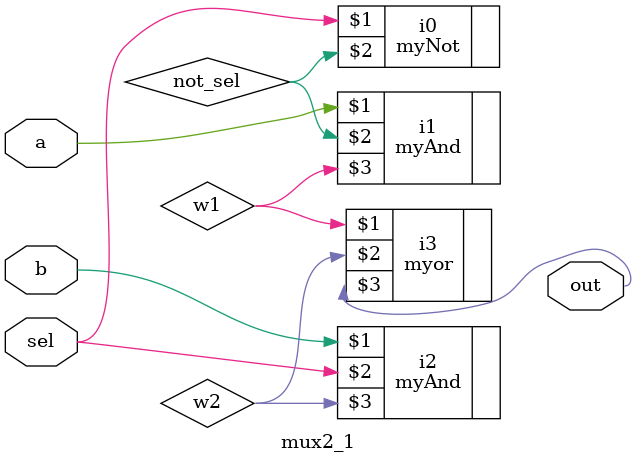
<source format=v>
`timescale 1ns / 1ps

module mux2_1(a, b, sel, out);
    input a, b, sel;
    output out;
    wire out;
   
    myNot i0(sel, not_sel);
    myAnd i1(a, not_sel, w1);
    myAnd i2(b, sel, w2);
    myor i3(w1, w2, out);
    
endmodule

</source>
